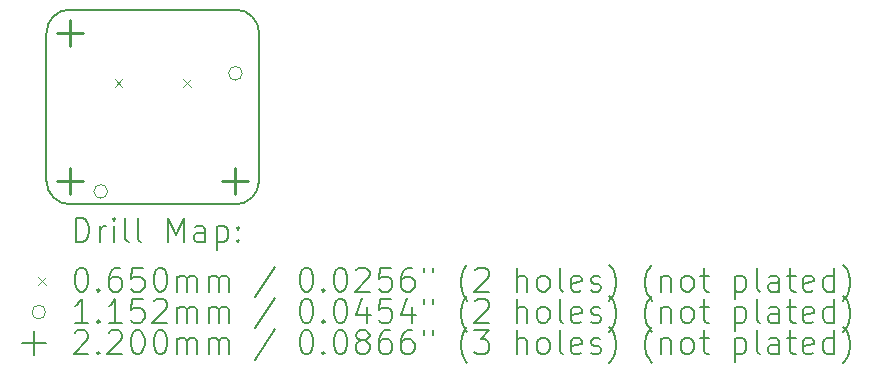
<source format=gbr>
%TF.GenerationSoftware,KiCad,Pcbnew,(6.0.8)*%
%TF.CreationDate,2022-10-31T11:18:18-04:00*%
%TF.ProjectId,Unified-Daughterboard,556e6966-6965-4642-9d44-617567687465,C3*%
%TF.SameCoordinates,Original*%
%TF.FileFunction,Drillmap*%
%TF.FilePolarity,Positive*%
%FSLAX45Y45*%
G04 Gerber Fmt 4.5, Leading zero omitted, Abs format (unit mm)*
G04 Created by KiCad (PCBNEW (6.0.8)) date 2022-10-31 11:18:18*
%MOMM*%
%LPD*%
G01*
G04 APERTURE LIST*
%ADD10C,0.150000*%
%ADD11C,0.200000*%
%ADD12C,0.065000*%
%ADD13C,0.115200*%
%ADD14C,0.220000*%
G04 APERTURE END LIST*
D10*
X8200450Y-7304300D02*
G75*
G03*
X8400450Y-7104300I0J200000D01*
G01*
X6600450Y-7104300D02*
G75*
G03*
X6800450Y-7304300I200000J0D01*
G01*
X6600450Y-7104300D02*
X6600450Y-5854300D01*
X8200450Y-7304300D02*
X6800450Y-7304300D01*
X8400450Y-5854300D02*
X8400450Y-7104300D01*
X6800450Y-5654300D02*
X8200450Y-5654300D01*
X6800450Y-5654300D02*
G75*
G03*
X6600450Y-5854300I0J-200000D01*
G01*
X8400450Y-5854300D02*
G75*
G03*
X8200450Y-5654300I-200000J0D01*
G01*
D11*
D12*
X7178750Y-6246700D02*
X7243750Y-6311700D01*
X7243750Y-6246700D02*
X7178750Y-6311700D01*
X7756750Y-6246700D02*
X7821750Y-6311700D01*
X7821750Y-6246700D02*
X7756750Y-6311700D01*
D13*
X7117850Y-7194300D02*
G75*
G03*
X7117850Y-7194300I-57600J0D01*
G01*
X8257850Y-6194300D02*
G75*
G03*
X8257850Y-6194300I-57600J0D01*
G01*
D14*
X6800450Y-5744300D02*
X6800450Y-5964300D01*
X6690450Y-5854300D02*
X6910450Y-5854300D01*
X6800450Y-6994300D02*
X6800450Y-7214300D01*
X6690450Y-7104300D02*
X6910450Y-7104300D01*
X8200450Y-6994300D02*
X8200450Y-7214300D01*
X8090450Y-7104300D02*
X8310450Y-7104300D01*
D11*
X6850569Y-7622276D02*
X6850569Y-7422276D01*
X6898188Y-7422276D01*
X6926759Y-7431800D01*
X6945807Y-7450848D01*
X6955331Y-7469895D01*
X6964855Y-7507990D01*
X6964855Y-7536562D01*
X6955331Y-7574657D01*
X6945807Y-7593705D01*
X6926759Y-7612752D01*
X6898188Y-7622276D01*
X6850569Y-7622276D01*
X7050569Y-7622276D02*
X7050569Y-7488943D01*
X7050569Y-7527038D02*
X7060093Y-7507990D01*
X7069617Y-7498467D01*
X7088664Y-7488943D01*
X7107712Y-7488943D01*
X7174378Y-7622276D02*
X7174378Y-7488943D01*
X7174378Y-7422276D02*
X7164855Y-7431800D01*
X7174378Y-7441324D01*
X7183902Y-7431800D01*
X7174378Y-7422276D01*
X7174378Y-7441324D01*
X7298188Y-7622276D02*
X7279140Y-7612752D01*
X7269617Y-7593705D01*
X7269617Y-7422276D01*
X7402950Y-7622276D02*
X7383902Y-7612752D01*
X7374378Y-7593705D01*
X7374378Y-7422276D01*
X7631521Y-7622276D02*
X7631521Y-7422276D01*
X7698188Y-7565133D01*
X7764855Y-7422276D01*
X7764855Y-7622276D01*
X7945807Y-7622276D02*
X7945807Y-7517514D01*
X7936283Y-7498467D01*
X7917236Y-7488943D01*
X7879140Y-7488943D01*
X7860093Y-7498467D01*
X7945807Y-7612752D02*
X7926759Y-7622276D01*
X7879140Y-7622276D01*
X7860093Y-7612752D01*
X7850569Y-7593705D01*
X7850569Y-7574657D01*
X7860093Y-7555609D01*
X7879140Y-7546086D01*
X7926759Y-7546086D01*
X7945807Y-7536562D01*
X8041045Y-7488943D02*
X8041045Y-7688943D01*
X8041045Y-7498467D02*
X8060093Y-7488943D01*
X8098188Y-7488943D01*
X8117236Y-7498467D01*
X8126759Y-7507990D01*
X8136283Y-7527038D01*
X8136283Y-7584181D01*
X8126759Y-7603228D01*
X8117236Y-7612752D01*
X8098188Y-7622276D01*
X8060093Y-7622276D01*
X8041045Y-7612752D01*
X8221998Y-7603228D02*
X8231521Y-7612752D01*
X8221998Y-7622276D01*
X8212474Y-7612752D01*
X8221998Y-7603228D01*
X8221998Y-7622276D01*
X8221998Y-7498467D02*
X8231521Y-7507990D01*
X8221998Y-7517514D01*
X8212474Y-7507990D01*
X8221998Y-7498467D01*
X8221998Y-7517514D01*
D12*
X6527950Y-7919300D02*
X6592950Y-7984300D01*
X6592950Y-7919300D02*
X6527950Y-7984300D01*
D11*
X6888664Y-7842276D02*
X6907712Y-7842276D01*
X6926759Y-7851800D01*
X6936283Y-7861324D01*
X6945807Y-7880371D01*
X6955331Y-7918467D01*
X6955331Y-7966086D01*
X6945807Y-8004181D01*
X6936283Y-8023228D01*
X6926759Y-8032752D01*
X6907712Y-8042276D01*
X6888664Y-8042276D01*
X6869617Y-8032752D01*
X6860093Y-8023228D01*
X6850569Y-8004181D01*
X6841045Y-7966086D01*
X6841045Y-7918467D01*
X6850569Y-7880371D01*
X6860093Y-7861324D01*
X6869617Y-7851800D01*
X6888664Y-7842276D01*
X7041045Y-8023228D02*
X7050569Y-8032752D01*
X7041045Y-8042276D01*
X7031521Y-8032752D01*
X7041045Y-8023228D01*
X7041045Y-8042276D01*
X7221998Y-7842276D02*
X7183902Y-7842276D01*
X7164855Y-7851800D01*
X7155331Y-7861324D01*
X7136283Y-7889895D01*
X7126759Y-7927990D01*
X7126759Y-8004181D01*
X7136283Y-8023228D01*
X7145807Y-8032752D01*
X7164855Y-8042276D01*
X7202950Y-8042276D01*
X7221998Y-8032752D01*
X7231521Y-8023228D01*
X7241045Y-8004181D01*
X7241045Y-7956562D01*
X7231521Y-7937514D01*
X7221998Y-7927990D01*
X7202950Y-7918467D01*
X7164855Y-7918467D01*
X7145807Y-7927990D01*
X7136283Y-7937514D01*
X7126759Y-7956562D01*
X7421998Y-7842276D02*
X7326759Y-7842276D01*
X7317236Y-7937514D01*
X7326759Y-7927990D01*
X7345807Y-7918467D01*
X7393426Y-7918467D01*
X7412474Y-7927990D01*
X7421998Y-7937514D01*
X7431521Y-7956562D01*
X7431521Y-8004181D01*
X7421998Y-8023228D01*
X7412474Y-8032752D01*
X7393426Y-8042276D01*
X7345807Y-8042276D01*
X7326759Y-8032752D01*
X7317236Y-8023228D01*
X7555331Y-7842276D02*
X7574378Y-7842276D01*
X7593426Y-7851800D01*
X7602950Y-7861324D01*
X7612474Y-7880371D01*
X7621998Y-7918467D01*
X7621998Y-7966086D01*
X7612474Y-8004181D01*
X7602950Y-8023228D01*
X7593426Y-8032752D01*
X7574378Y-8042276D01*
X7555331Y-8042276D01*
X7536283Y-8032752D01*
X7526759Y-8023228D01*
X7517236Y-8004181D01*
X7507712Y-7966086D01*
X7507712Y-7918467D01*
X7517236Y-7880371D01*
X7526759Y-7861324D01*
X7536283Y-7851800D01*
X7555331Y-7842276D01*
X7707712Y-8042276D02*
X7707712Y-7908943D01*
X7707712Y-7927990D02*
X7717236Y-7918467D01*
X7736283Y-7908943D01*
X7764855Y-7908943D01*
X7783902Y-7918467D01*
X7793426Y-7937514D01*
X7793426Y-8042276D01*
X7793426Y-7937514D02*
X7802950Y-7918467D01*
X7821998Y-7908943D01*
X7850569Y-7908943D01*
X7869617Y-7918467D01*
X7879140Y-7937514D01*
X7879140Y-8042276D01*
X7974378Y-8042276D02*
X7974378Y-7908943D01*
X7974378Y-7927990D02*
X7983902Y-7918467D01*
X8002950Y-7908943D01*
X8031521Y-7908943D01*
X8050569Y-7918467D01*
X8060093Y-7937514D01*
X8060093Y-8042276D01*
X8060093Y-7937514D02*
X8069617Y-7918467D01*
X8088664Y-7908943D01*
X8117236Y-7908943D01*
X8136283Y-7918467D01*
X8145807Y-7937514D01*
X8145807Y-8042276D01*
X8536283Y-7832752D02*
X8364855Y-8089895D01*
X8793426Y-7842276D02*
X8812474Y-7842276D01*
X8831521Y-7851800D01*
X8841045Y-7861324D01*
X8850569Y-7880371D01*
X8860093Y-7918467D01*
X8860093Y-7966086D01*
X8850569Y-8004181D01*
X8841045Y-8023228D01*
X8831521Y-8032752D01*
X8812474Y-8042276D01*
X8793426Y-8042276D01*
X8774379Y-8032752D01*
X8764855Y-8023228D01*
X8755331Y-8004181D01*
X8745807Y-7966086D01*
X8745807Y-7918467D01*
X8755331Y-7880371D01*
X8764855Y-7861324D01*
X8774379Y-7851800D01*
X8793426Y-7842276D01*
X8945807Y-8023228D02*
X8955331Y-8032752D01*
X8945807Y-8042276D01*
X8936283Y-8032752D01*
X8945807Y-8023228D01*
X8945807Y-8042276D01*
X9079140Y-7842276D02*
X9098188Y-7842276D01*
X9117236Y-7851800D01*
X9126760Y-7861324D01*
X9136283Y-7880371D01*
X9145807Y-7918467D01*
X9145807Y-7966086D01*
X9136283Y-8004181D01*
X9126760Y-8023228D01*
X9117236Y-8032752D01*
X9098188Y-8042276D01*
X9079140Y-8042276D01*
X9060093Y-8032752D01*
X9050569Y-8023228D01*
X9041045Y-8004181D01*
X9031521Y-7966086D01*
X9031521Y-7918467D01*
X9041045Y-7880371D01*
X9050569Y-7861324D01*
X9060093Y-7851800D01*
X9079140Y-7842276D01*
X9221998Y-7861324D02*
X9231521Y-7851800D01*
X9250569Y-7842276D01*
X9298188Y-7842276D01*
X9317236Y-7851800D01*
X9326760Y-7861324D01*
X9336283Y-7880371D01*
X9336283Y-7899419D01*
X9326760Y-7927990D01*
X9212474Y-8042276D01*
X9336283Y-8042276D01*
X9517236Y-7842276D02*
X9421998Y-7842276D01*
X9412474Y-7937514D01*
X9421998Y-7927990D01*
X9441045Y-7918467D01*
X9488664Y-7918467D01*
X9507712Y-7927990D01*
X9517236Y-7937514D01*
X9526760Y-7956562D01*
X9526760Y-8004181D01*
X9517236Y-8023228D01*
X9507712Y-8032752D01*
X9488664Y-8042276D01*
X9441045Y-8042276D01*
X9421998Y-8032752D01*
X9412474Y-8023228D01*
X9698188Y-7842276D02*
X9660093Y-7842276D01*
X9641045Y-7851800D01*
X9631521Y-7861324D01*
X9612474Y-7889895D01*
X9602950Y-7927990D01*
X9602950Y-8004181D01*
X9612474Y-8023228D01*
X9621998Y-8032752D01*
X9641045Y-8042276D01*
X9679140Y-8042276D01*
X9698188Y-8032752D01*
X9707712Y-8023228D01*
X9717236Y-8004181D01*
X9717236Y-7956562D01*
X9707712Y-7937514D01*
X9698188Y-7927990D01*
X9679140Y-7918467D01*
X9641045Y-7918467D01*
X9621998Y-7927990D01*
X9612474Y-7937514D01*
X9602950Y-7956562D01*
X9793426Y-7842276D02*
X9793426Y-7880371D01*
X9869617Y-7842276D02*
X9869617Y-7880371D01*
X10164855Y-8118467D02*
X10155331Y-8108943D01*
X10136283Y-8080371D01*
X10126760Y-8061324D01*
X10117236Y-8032752D01*
X10107712Y-7985133D01*
X10107712Y-7947038D01*
X10117236Y-7899419D01*
X10126760Y-7870848D01*
X10136283Y-7851800D01*
X10155331Y-7823228D01*
X10164855Y-7813705D01*
X10231521Y-7861324D02*
X10241045Y-7851800D01*
X10260093Y-7842276D01*
X10307712Y-7842276D01*
X10326760Y-7851800D01*
X10336283Y-7861324D01*
X10345807Y-7880371D01*
X10345807Y-7899419D01*
X10336283Y-7927990D01*
X10221998Y-8042276D01*
X10345807Y-8042276D01*
X10583902Y-8042276D02*
X10583902Y-7842276D01*
X10669617Y-8042276D02*
X10669617Y-7937514D01*
X10660093Y-7918467D01*
X10641045Y-7908943D01*
X10612474Y-7908943D01*
X10593426Y-7918467D01*
X10583902Y-7927990D01*
X10793426Y-8042276D02*
X10774379Y-8032752D01*
X10764855Y-8023228D01*
X10755331Y-8004181D01*
X10755331Y-7947038D01*
X10764855Y-7927990D01*
X10774379Y-7918467D01*
X10793426Y-7908943D01*
X10821998Y-7908943D01*
X10841045Y-7918467D01*
X10850569Y-7927990D01*
X10860093Y-7947038D01*
X10860093Y-8004181D01*
X10850569Y-8023228D01*
X10841045Y-8032752D01*
X10821998Y-8042276D01*
X10793426Y-8042276D01*
X10974379Y-8042276D02*
X10955331Y-8032752D01*
X10945807Y-8013705D01*
X10945807Y-7842276D01*
X11126760Y-8032752D02*
X11107712Y-8042276D01*
X11069617Y-8042276D01*
X11050569Y-8032752D01*
X11041045Y-8013705D01*
X11041045Y-7937514D01*
X11050569Y-7918467D01*
X11069617Y-7908943D01*
X11107712Y-7908943D01*
X11126760Y-7918467D01*
X11136283Y-7937514D01*
X11136283Y-7956562D01*
X11041045Y-7975609D01*
X11212474Y-8032752D02*
X11231521Y-8042276D01*
X11269617Y-8042276D01*
X11288664Y-8032752D01*
X11298188Y-8013705D01*
X11298188Y-8004181D01*
X11288664Y-7985133D01*
X11269617Y-7975609D01*
X11241045Y-7975609D01*
X11221998Y-7966086D01*
X11212474Y-7947038D01*
X11212474Y-7937514D01*
X11221998Y-7918467D01*
X11241045Y-7908943D01*
X11269617Y-7908943D01*
X11288664Y-7918467D01*
X11364855Y-8118467D02*
X11374378Y-8108943D01*
X11393426Y-8080371D01*
X11402950Y-8061324D01*
X11412474Y-8032752D01*
X11421998Y-7985133D01*
X11421998Y-7947038D01*
X11412474Y-7899419D01*
X11402950Y-7870848D01*
X11393426Y-7851800D01*
X11374378Y-7823228D01*
X11364855Y-7813705D01*
X11726759Y-8118467D02*
X11717236Y-8108943D01*
X11698188Y-8080371D01*
X11688664Y-8061324D01*
X11679140Y-8032752D01*
X11669617Y-7985133D01*
X11669617Y-7947038D01*
X11679140Y-7899419D01*
X11688664Y-7870848D01*
X11698188Y-7851800D01*
X11717236Y-7823228D01*
X11726759Y-7813705D01*
X11802950Y-7908943D02*
X11802950Y-8042276D01*
X11802950Y-7927990D02*
X11812474Y-7918467D01*
X11831521Y-7908943D01*
X11860093Y-7908943D01*
X11879140Y-7918467D01*
X11888664Y-7937514D01*
X11888664Y-8042276D01*
X12012474Y-8042276D02*
X11993426Y-8032752D01*
X11983902Y-8023228D01*
X11974378Y-8004181D01*
X11974378Y-7947038D01*
X11983902Y-7927990D01*
X11993426Y-7918467D01*
X12012474Y-7908943D01*
X12041045Y-7908943D01*
X12060093Y-7918467D01*
X12069617Y-7927990D01*
X12079140Y-7947038D01*
X12079140Y-8004181D01*
X12069617Y-8023228D01*
X12060093Y-8032752D01*
X12041045Y-8042276D01*
X12012474Y-8042276D01*
X12136283Y-7908943D02*
X12212474Y-7908943D01*
X12164855Y-7842276D02*
X12164855Y-8013705D01*
X12174378Y-8032752D01*
X12193426Y-8042276D01*
X12212474Y-8042276D01*
X12431521Y-7908943D02*
X12431521Y-8108943D01*
X12431521Y-7918467D02*
X12450569Y-7908943D01*
X12488664Y-7908943D01*
X12507712Y-7918467D01*
X12517236Y-7927990D01*
X12526759Y-7947038D01*
X12526759Y-8004181D01*
X12517236Y-8023228D01*
X12507712Y-8032752D01*
X12488664Y-8042276D01*
X12450569Y-8042276D01*
X12431521Y-8032752D01*
X12641045Y-8042276D02*
X12621998Y-8032752D01*
X12612474Y-8013705D01*
X12612474Y-7842276D01*
X12802950Y-8042276D02*
X12802950Y-7937514D01*
X12793426Y-7918467D01*
X12774378Y-7908943D01*
X12736283Y-7908943D01*
X12717236Y-7918467D01*
X12802950Y-8032752D02*
X12783902Y-8042276D01*
X12736283Y-8042276D01*
X12717236Y-8032752D01*
X12707712Y-8013705D01*
X12707712Y-7994657D01*
X12717236Y-7975609D01*
X12736283Y-7966086D01*
X12783902Y-7966086D01*
X12802950Y-7956562D01*
X12869617Y-7908943D02*
X12945807Y-7908943D01*
X12898188Y-7842276D02*
X12898188Y-8013705D01*
X12907712Y-8032752D01*
X12926759Y-8042276D01*
X12945807Y-8042276D01*
X13088664Y-8032752D02*
X13069617Y-8042276D01*
X13031521Y-8042276D01*
X13012474Y-8032752D01*
X13002950Y-8013705D01*
X13002950Y-7937514D01*
X13012474Y-7918467D01*
X13031521Y-7908943D01*
X13069617Y-7908943D01*
X13088664Y-7918467D01*
X13098188Y-7937514D01*
X13098188Y-7956562D01*
X13002950Y-7975609D01*
X13269617Y-8042276D02*
X13269617Y-7842276D01*
X13269617Y-8032752D02*
X13250569Y-8042276D01*
X13212474Y-8042276D01*
X13193426Y-8032752D01*
X13183902Y-8023228D01*
X13174378Y-8004181D01*
X13174378Y-7947038D01*
X13183902Y-7927990D01*
X13193426Y-7918467D01*
X13212474Y-7908943D01*
X13250569Y-7908943D01*
X13269617Y-7918467D01*
X13345807Y-8118467D02*
X13355331Y-8108943D01*
X13374378Y-8080371D01*
X13383902Y-8061324D01*
X13393426Y-8032752D01*
X13402950Y-7985133D01*
X13402950Y-7947038D01*
X13393426Y-7899419D01*
X13383902Y-7870848D01*
X13374378Y-7851800D01*
X13355331Y-7823228D01*
X13345807Y-7813705D01*
D13*
X6592950Y-8215800D02*
G75*
G03*
X6592950Y-8215800I-57600J0D01*
G01*
D11*
X6955331Y-8306276D02*
X6841045Y-8306276D01*
X6898188Y-8306276D02*
X6898188Y-8106276D01*
X6879140Y-8134848D01*
X6860093Y-8153895D01*
X6841045Y-8163419D01*
X7041045Y-8287228D02*
X7050569Y-8296752D01*
X7041045Y-8306276D01*
X7031521Y-8296752D01*
X7041045Y-8287228D01*
X7041045Y-8306276D01*
X7241045Y-8306276D02*
X7126759Y-8306276D01*
X7183902Y-8306276D02*
X7183902Y-8106276D01*
X7164855Y-8134848D01*
X7145807Y-8153895D01*
X7126759Y-8163419D01*
X7421998Y-8106276D02*
X7326759Y-8106276D01*
X7317236Y-8201514D01*
X7326759Y-8191990D01*
X7345807Y-8182467D01*
X7393426Y-8182467D01*
X7412474Y-8191990D01*
X7421998Y-8201514D01*
X7431521Y-8220562D01*
X7431521Y-8268181D01*
X7421998Y-8287228D01*
X7412474Y-8296752D01*
X7393426Y-8306276D01*
X7345807Y-8306276D01*
X7326759Y-8296752D01*
X7317236Y-8287228D01*
X7507712Y-8125324D02*
X7517236Y-8115800D01*
X7536283Y-8106276D01*
X7583902Y-8106276D01*
X7602950Y-8115800D01*
X7612474Y-8125324D01*
X7621998Y-8144371D01*
X7621998Y-8163419D01*
X7612474Y-8191990D01*
X7498188Y-8306276D01*
X7621998Y-8306276D01*
X7707712Y-8306276D02*
X7707712Y-8172943D01*
X7707712Y-8191990D02*
X7717236Y-8182467D01*
X7736283Y-8172943D01*
X7764855Y-8172943D01*
X7783902Y-8182467D01*
X7793426Y-8201514D01*
X7793426Y-8306276D01*
X7793426Y-8201514D02*
X7802950Y-8182467D01*
X7821998Y-8172943D01*
X7850569Y-8172943D01*
X7869617Y-8182467D01*
X7879140Y-8201514D01*
X7879140Y-8306276D01*
X7974378Y-8306276D02*
X7974378Y-8172943D01*
X7974378Y-8191990D02*
X7983902Y-8182467D01*
X8002950Y-8172943D01*
X8031521Y-8172943D01*
X8050569Y-8182467D01*
X8060093Y-8201514D01*
X8060093Y-8306276D01*
X8060093Y-8201514D02*
X8069617Y-8182467D01*
X8088664Y-8172943D01*
X8117236Y-8172943D01*
X8136283Y-8182467D01*
X8145807Y-8201514D01*
X8145807Y-8306276D01*
X8536283Y-8096752D02*
X8364855Y-8353895D01*
X8793426Y-8106276D02*
X8812474Y-8106276D01*
X8831521Y-8115800D01*
X8841045Y-8125324D01*
X8850569Y-8144371D01*
X8860093Y-8182467D01*
X8860093Y-8230086D01*
X8850569Y-8268181D01*
X8841045Y-8287228D01*
X8831521Y-8296752D01*
X8812474Y-8306276D01*
X8793426Y-8306276D01*
X8774379Y-8296752D01*
X8764855Y-8287228D01*
X8755331Y-8268181D01*
X8745807Y-8230086D01*
X8745807Y-8182467D01*
X8755331Y-8144371D01*
X8764855Y-8125324D01*
X8774379Y-8115800D01*
X8793426Y-8106276D01*
X8945807Y-8287228D02*
X8955331Y-8296752D01*
X8945807Y-8306276D01*
X8936283Y-8296752D01*
X8945807Y-8287228D01*
X8945807Y-8306276D01*
X9079140Y-8106276D02*
X9098188Y-8106276D01*
X9117236Y-8115800D01*
X9126760Y-8125324D01*
X9136283Y-8144371D01*
X9145807Y-8182467D01*
X9145807Y-8230086D01*
X9136283Y-8268181D01*
X9126760Y-8287228D01*
X9117236Y-8296752D01*
X9098188Y-8306276D01*
X9079140Y-8306276D01*
X9060093Y-8296752D01*
X9050569Y-8287228D01*
X9041045Y-8268181D01*
X9031521Y-8230086D01*
X9031521Y-8182467D01*
X9041045Y-8144371D01*
X9050569Y-8125324D01*
X9060093Y-8115800D01*
X9079140Y-8106276D01*
X9317236Y-8172943D02*
X9317236Y-8306276D01*
X9269617Y-8096752D02*
X9221998Y-8239609D01*
X9345807Y-8239609D01*
X9517236Y-8106276D02*
X9421998Y-8106276D01*
X9412474Y-8201514D01*
X9421998Y-8191990D01*
X9441045Y-8182467D01*
X9488664Y-8182467D01*
X9507712Y-8191990D01*
X9517236Y-8201514D01*
X9526760Y-8220562D01*
X9526760Y-8268181D01*
X9517236Y-8287228D01*
X9507712Y-8296752D01*
X9488664Y-8306276D01*
X9441045Y-8306276D01*
X9421998Y-8296752D01*
X9412474Y-8287228D01*
X9698188Y-8172943D02*
X9698188Y-8306276D01*
X9650569Y-8096752D02*
X9602950Y-8239609D01*
X9726760Y-8239609D01*
X9793426Y-8106276D02*
X9793426Y-8144371D01*
X9869617Y-8106276D02*
X9869617Y-8144371D01*
X10164855Y-8382467D02*
X10155331Y-8372943D01*
X10136283Y-8344371D01*
X10126760Y-8325324D01*
X10117236Y-8296752D01*
X10107712Y-8249133D01*
X10107712Y-8211038D01*
X10117236Y-8163419D01*
X10126760Y-8134848D01*
X10136283Y-8115800D01*
X10155331Y-8087228D01*
X10164855Y-8077705D01*
X10231521Y-8125324D02*
X10241045Y-8115800D01*
X10260093Y-8106276D01*
X10307712Y-8106276D01*
X10326760Y-8115800D01*
X10336283Y-8125324D01*
X10345807Y-8144371D01*
X10345807Y-8163419D01*
X10336283Y-8191990D01*
X10221998Y-8306276D01*
X10345807Y-8306276D01*
X10583902Y-8306276D02*
X10583902Y-8106276D01*
X10669617Y-8306276D02*
X10669617Y-8201514D01*
X10660093Y-8182467D01*
X10641045Y-8172943D01*
X10612474Y-8172943D01*
X10593426Y-8182467D01*
X10583902Y-8191990D01*
X10793426Y-8306276D02*
X10774379Y-8296752D01*
X10764855Y-8287228D01*
X10755331Y-8268181D01*
X10755331Y-8211038D01*
X10764855Y-8191990D01*
X10774379Y-8182467D01*
X10793426Y-8172943D01*
X10821998Y-8172943D01*
X10841045Y-8182467D01*
X10850569Y-8191990D01*
X10860093Y-8211038D01*
X10860093Y-8268181D01*
X10850569Y-8287228D01*
X10841045Y-8296752D01*
X10821998Y-8306276D01*
X10793426Y-8306276D01*
X10974379Y-8306276D02*
X10955331Y-8296752D01*
X10945807Y-8277705D01*
X10945807Y-8106276D01*
X11126760Y-8296752D02*
X11107712Y-8306276D01*
X11069617Y-8306276D01*
X11050569Y-8296752D01*
X11041045Y-8277705D01*
X11041045Y-8201514D01*
X11050569Y-8182467D01*
X11069617Y-8172943D01*
X11107712Y-8172943D01*
X11126760Y-8182467D01*
X11136283Y-8201514D01*
X11136283Y-8220562D01*
X11041045Y-8239609D01*
X11212474Y-8296752D02*
X11231521Y-8306276D01*
X11269617Y-8306276D01*
X11288664Y-8296752D01*
X11298188Y-8277705D01*
X11298188Y-8268181D01*
X11288664Y-8249133D01*
X11269617Y-8239609D01*
X11241045Y-8239609D01*
X11221998Y-8230086D01*
X11212474Y-8211038D01*
X11212474Y-8201514D01*
X11221998Y-8182467D01*
X11241045Y-8172943D01*
X11269617Y-8172943D01*
X11288664Y-8182467D01*
X11364855Y-8382467D02*
X11374378Y-8372943D01*
X11393426Y-8344371D01*
X11402950Y-8325324D01*
X11412474Y-8296752D01*
X11421998Y-8249133D01*
X11421998Y-8211038D01*
X11412474Y-8163419D01*
X11402950Y-8134848D01*
X11393426Y-8115800D01*
X11374378Y-8087228D01*
X11364855Y-8077705D01*
X11726759Y-8382467D02*
X11717236Y-8372943D01*
X11698188Y-8344371D01*
X11688664Y-8325324D01*
X11679140Y-8296752D01*
X11669617Y-8249133D01*
X11669617Y-8211038D01*
X11679140Y-8163419D01*
X11688664Y-8134848D01*
X11698188Y-8115800D01*
X11717236Y-8087228D01*
X11726759Y-8077705D01*
X11802950Y-8172943D02*
X11802950Y-8306276D01*
X11802950Y-8191990D02*
X11812474Y-8182467D01*
X11831521Y-8172943D01*
X11860093Y-8172943D01*
X11879140Y-8182467D01*
X11888664Y-8201514D01*
X11888664Y-8306276D01*
X12012474Y-8306276D02*
X11993426Y-8296752D01*
X11983902Y-8287228D01*
X11974378Y-8268181D01*
X11974378Y-8211038D01*
X11983902Y-8191990D01*
X11993426Y-8182467D01*
X12012474Y-8172943D01*
X12041045Y-8172943D01*
X12060093Y-8182467D01*
X12069617Y-8191990D01*
X12079140Y-8211038D01*
X12079140Y-8268181D01*
X12069617Y-8287228D01*
X12060093Y-8296752D01*
X12041045Y-8306276D01*
X12012474Y-8306276D01*
X12136283Y-8172943D02*
X12212474Y-8172943D01*
X12164855Y-8106276D02*
X12164855Y-8277705D01*
X12174378Y-8296752D01*
X12193426Y-8306276D01*
X12212474Y-8306276D01*
X12431521Y-8172943D02*
X12431521Y-8372943D01*
X12431521Y-8182467D02*
X12450569Y-8172943D01*
X12488664Y-8172943D01*
X12507712Y-8182467D01*
X12517236Y-8191990D01*
X12526759Y-8211038D01*
X12526759Y-8268181D01*
X12517236Y-8287228D01*
X12507712Y-8296752D01*
X12488664Y-8306276D01*
X12450569Y-8306276D01*
X12431521Y-8296752D01*
X12641045Y-8306276D02*
X12621998Y-8296752D01*
X12612474Y-8277705D01*
X12612474Y-8106276D01*
X12802950Y-8306276D02*
X12802950Y-8201514D01*
X12793426Y-8182467D01*
X12774378Y-8172943D01*
X12736283Y-8172943D01*
X12717236Y-8182467D01*
X12802950Y-8296752D02*
X12783902Y-8306276D01*
X12736283Y-8306276D01*
X12717236Y-8296752D01*
X12707712Y-8277705D01*
X12707712Y-8258657D01*
X12717236Y-8239609D01*
X12736283Y-8230086D01*
X12783902Y-8230086D01*
X12802950Y-8220562D01*
X12869617Y-8172943D02*
X12945807Y-8172943D01*
X12898188Y-8106276D02*
X12898188Y-8277705D01*
X12907712Y-8296752D01*
X12926759Y-8306276D01*
X12945807Y-8306276D01*
X13088664Y-8296752D02*
X13069617Y-8306276D01*
X13031521Y-8306276D01*
X13012474Y-8296752D01*
X13002950Y-8277705D01*
X13002950Y-8201514D01*
X13012474Y-8182467D01*
X13031521Y-8172943D01*
X13069617Y-8172943D01*
X13088664Y-8182467D01*
X13098188Y-8201514D01*
X13098188Y-8220562D01*
X13002950Y-8239609D01*
X13269617Y-8306276D02*
X13269617Y-8106276D01*
X13269617Y-8296752D02*
X13250569Y-8306276D01*
X13212474Y-8306276D01*
X13193426Y-8296752D01*
X13183902Y-8287228D01*
X13174378Y-8268181D01*
X13174378Y-8211038D01*
X13183902Y-8191990D01*
X13193426Y-8182467D01*
X13212474Y-8172943D01*
X13250569Y-8172943D01*
X13269617Y-8182467D01*
X13345807Y-8382467D02*
X13355331Y-8372943D01*
X13374378Y-8344371D01*
X13383902Y-8325324D01*
X13393426Y-8296752D01*
X13402950Y-8249133D01*
X13402950Y-8211038D01*
X13393426Y-8163419D01*
X13383902Y-8134848D01*
X13374378Y-8115800D01*
X13355331Y-8087228D01*
X13345807Y-8077705D01*
X6492950Y-8379800D02*
X6492950Y-8579800D01*
X6392950Y-8479800D02*
X6592950Y-8479800D01*
X6841045Y-8389324D02*
X6850569Y-8379800D01*
X6869617Y-8370276D01*
X6917236Y-8370276D01*
X6936283Y-8379800D01*
X6945807Y-8389324D01*
X6955331Y-8408371D01*
X6955331Y-8427419D01*
X6945807Y-8455990D01*
X6831521Y-8570276D01*
X6955331Y-8570276D01*
X7041045Y-8551229D02*
X7050569Y-8560752D01*
X7041045Y-8570276D01*
X7031521Y-8560752D01*
X7041045Y-8551229D01*
X7041045Y-8570276D01*
X7126759Y-8389324D02*
X7136283Y-8379800D01*
X7155331Y-8370276D01*
X7202950Y-8370276D01*
X7221998Y-8379800D01*
X7231521Y-8389324D01*
X7241045Y-8408371D01*
X7241045Y-8427419D01*
X7231521Y-8455990D01*
X7117236Y-8570276D01*
X7241045Y-8570276D01*
X7364855Y-8370276D02*
X7383902Y-8370276D01*
X7402950Y-8379800D01*
X7412474Y-8389324D01*
X7421998Y-8408371D01*
X7431521Y-8446467D01*
X7431521Y-8494086D01*
X7421998Y-8532181D01*
X7412474Y-8551229D01*
X7402950Y-8560752D01*
X7383902Y-8570276D01*
X7364855Y-8570276D01*
X7345807Y-8560752D01*
X7336283Y-8551229D01*
X7326759Y-8532181D01*
X7317236Y-8494086D01*
X7317236Y-8446467D01*
X7326759Y-8408371D01*
X7336283Y-8389324D01*
X7345807Y-8379800D01*
X7364855Y-8370276D01*
X7555331Y-8370276D02*
X7574378Y-8370276D01*
X7593426Y-8379800D01*
X7602950Y-8389324D01*
X7612474Y-8408371D01*
X7621998Y-8446467D01*
X7621998Y-8494086D01*
X7612474Y-8532181D01*
X7602950Y-8551229D01*
X7593426Y-8560752D01*
X7574378Y-8570276D01*
X7555331Y-8570276D01*
X7536283Y-8560752D01*
X7526759Y-8551229D01*
X7517236Y-8532181D01*
X7507712Y-8494086D01*
X7507712Y-8446467D01*
X7517236Y-8408371D01*
X7526759Y-8389324D01*
X7536283Y-8379800D01*
X7555331Y-8370276D01*
X7707712Y-8570276D02*
X7707712Y-8436943D01*
X7707712Y-8455990D02*
X7717236Y-8446467D01*
X7736283Y-8436943D01*
X7764855Y-8436943D01*
X7783902Y-8446467D01*
X7793426Y-8465514D01*
X7793426Y-8570276D01*
X7793426Y-8465514D02*
X7802950Y-8446467D01*
X7821998Y-8436943D01*
X7850569Y-8436943D01*
X7869617Y-8446467D01*
X7879140Y-8465514D01*
X7879140Y-8570276D01*
X7974378Y-8570276D02*
X7974378Y-8436943D01*
X7974378Y-8455990D02*
X7983902Y-8446467D01*
X8002950Y-8436943D01*
X8031521Y-8436943D01*
X8050569Y-8446467D01*
X8060093Y-8465514D01*
X8060093Y-8570276D01*
X8060093Y-8465514D02*
X8069617Y-8446467D01*
X8088664Y-8436943D01*
X8117236Y-8436943D01*
X8136283Y-8446467D01*
X8145807Y-8465514D01*
X8145807Y-8570276D01*
X8536283Y-8360752D02*
X8364855Y-8617895D01*
X8793426Y-8370276D02*
X8812474Y-8370276D01*
X8831521Y-8379800D01*
X8841045Y-8389324D01*
X8850569Y-8408371D01*
X8860093Y-8446467D01*
X8860093Y-8494086D01*
X8850569Y-8532181D01*
X8841045Y-8551229D01*
X8831521Y-8560752D01*
X8812474Y-8570276D01*
X8793426Y-8570276D01*
X8774379Y-8560752D01*
X8764855Y-8551229D01*
X8755331Y-8532181D01*
X8745807Y-8494086D01*
X8745807Y-8446467D01*
X8755331Y-8408371D01*
X8764855Y-8389324D01*
X8774379Y-8379800D01*
X8793426Y-8370276D01*
X8945807Y-8551229D02*
X8955331Y-8560752D01*
X8945807Y-8570276D01*
X8936283Y-8560752D01*
X8945807Y-8551229D01*
X8945807Y-8570276D01*
X9079140Y-8370276D02*
X9098188Y-8370276D01*
X9117236Y-8379800D01*
X9126760Y-8389324D01*
X9136283Y-8408371D01*
X9145807Y-8446467D01*
X9145807Y-8494086D01*
X9136283Y-8532181D01*
X9126760Y-8551229D01*
X9117236Y-8560752D01*
X9098188Y-8570276D01*
X9079140Y-8570276D01*
X9060093Y-8560752D01*
X9050569Y-8551229D01*
X9041045Y-8532181D01*
X9031521Y-8494086D01*
X9031521Y-8446467D01*
X9041045Y-8408371D01*
X9050569Y-8389324D01*
X9060093Y-8379800D01*
X9079140Y-8370276D01*
X9260093Y-8455990D02*
X9241045Y-8446467D01*
X9231521Y-8436943D01*
X9221998Y-8417895D01*
X9221998Y-8408371D01*
X9231521Y-8389324D01*
X9241045Y-8379800D01*
X9260093Y-8370276D01*
X9298188Y-8370276D01*
X9317236Y-8379800D01*
X9326760Y-8389324D01*
X9336283Y-8408371D01*
X9336283Y-8417895D01*
X9326760Y-8436943D01*
X9317236Y-8446467D01*
X9298188Y-8455990D01*
X9260093Y-8455990D01*
X9241045Y-8465514D01*
X9231521Y-8475038D01*
X9221998Y-8494086D01*
X9221998Y-8532181D01*
X9231521Y-8551229D01*
X9241045Y-8560752D01*
X9260093Y-8570276D01*
X9298188Y-8570276D01*
X9317236Y-8560752D01*
X9326760Y-8551229D01*
X9336283Y-8532181D01*
X9336283Y-8494086D01*
X9326760Y-8475038D01*
X9317236Y-8465514D01*
X9298188Y-8455990D01*
X9507712Y-8370276D02*
X9469617Y-8370276D01*
X9450569Y-8379800D01*
X9441045Y-8389324D01*
X9421998Y-8417895D01*
X9412474Y-8455990D01*
X9412474Y-8532181D01*
X9421998Y-8551229D01*
X9431521Y-8560752D01*
X9450569Y-8570276D01*
X9488664Y-8570276D01*
X9507712Y-8560752D01*
X9517236Y-8551229D01*
X9526760Y-8532181D01*
X9526760Y-8484562D01*
X9517236Y-8465514D01*
X9507712Y-8455990D01*
X9488664Y-8446467D01*
X9450569Y-8446467D01*
X9431521Y-8455990D01*
X9421998Y-8465514D01*
X9412474Y-8484562D01*
X9698188Y-8370276D02*
X9660093Y-8370276D01*
X9641045Y-8379800D01*
X9631521Y-8389324D01*
X9612474Y-8417895D01*
X9602950Y-8455990D01*
X9602950Y-8532181D01*
X9612474Y-8551229D01*
X9621998Y-8560752D01*
X9641045Y-8570276D01*
X9679140Y-8570276D01*
X9698188Y-8560752D01*
X9707712Y-8551229D01*
X9717236Y-8532181D01*
X9717236Y-8484562D01*
X9707712Y-8465514D01*
X9698188Y-8455990D01*
X9679140Y-8446467D01*
X9641045Y-8446467D01*
X9621998Y-8455990D01*
X9612474Y-8465514D01*
X9602950Y-8484562D01*
X9793426Y-8370276D02*
X9793426Y-8408371D01*
X9869617Y-8370276D02*
X9869617Y-8408371D01*
X10164855Y-8646467D02*
X10155331Y-8636943D01*
X10136283Y-8608371D01*
X10126760Y-8589324D01*
X10117236Y-8560752D01*
X10107712Y-8513133D01*
X10107712Y-8475038D01*
X10117236Y-8427419D01*
X10126760Y-8398848D01*
X10136283Y-8379800D01*
X10155331Y-8351228D01*
X10164855Y-8341705D01*
X10221998Y-8370276D02*
X10345807Y-8370276D01*
X10279140Y-8446467D01*
X10307712Y-8446467D01*
X10326760Y-8455990D01*
X10336283Y-8465514D01*
X10345807Y-8484562D01*
X10345807Y-8532181D01*
X10336283Y-8551229D01*
X10326760Y-8560752D01*
X10307712Y-8570276D01*
X10250569Y-8570276D01*
X10231521Y-8560752D01*
X10221998Y-8551229D01*
X10583902Y-8570276D02*
X10583902Y-8370276D01*
X10669617Y-8570276D02*
X10669617Y-8465514D01*
X10660093Y-8446467D01*
X10641045Y-8436943D01*
X10612474Y-8436943D01*
X10593426Y-8446467D01*
X10583902Y-8455990D01*
X10793426Y-8570276D02*
X10774379Y-8560752D01*
X10764855Y-8551229D01*
X10755331Y-8532181D01*
X10755331Y-8475038D01*
X10764855Y-8455990D01*
X10774379Y-8446467D01*
X10793426Y-8436943D01*
X10821998Y-8436943D01*
X10841045Y-8446467D01*
X10850569Y-8455990D01*
X10860093Y-8475038D01*
X10860093Y-8532181D01*
X10850569Y-8551229D01*
X10841045Y-8560752D01*
X10821998Y-8570276D01*
X10793426Y-8570276D01*
X10974379Y-8570276D02*
X10955331Y-8560752D01*
X10945807Y-8541705D01*
X10945807Y-8370276D01*
X11126760Y-8560752D02*
X11107712Y-8570276D01*
X11069617Y-8570276D01*
X11050569Y-8560752D01*
X11041045Y-8541705D01*
X11041045Y-8465514D01*
X11050569Y-8446467D01*
X11069617Y-8436943D01*
X11107712Y-8436943D01*
X11126760Y-8446467D01*
X11136283Y-8465514D01*
X11136283Y-8484562D01*
X11041045Y-8503610D01*
X11212474Y-8560752D02*
X11231521Y-8570276D01*
X11269617Y-8570276D01*
X11288664Y-8560752D01*
X11298188Y-8541705D01*
X11298188Y-8532181D01*
X11288664Y-8513133D01*
X11269617Y-8503610D01*
X11241045Y-8503610D01*
X11221998Y-8494086D01*
X11212474Y-8475038D01*
X11212474Y-8465514D01*
X11221998Y-8446467D01*
X11241045Y-8436943D01*
X11269617Y-8436943D01*
X11288664Y-8446467D01*
X11364855Y-8646467D02*
X11374378Y-8636943D01*
X11393426Y-8608371D01*
X11402950Y-8589324D01*
X11412474Y-8560752D01*
X11421998Y-8513133D01*
X11421998Y-8475038D01*
X11412474Y-8427419D01*
X11402950Y-8398848D01*
X11393426Y-8379800D01*
X11374378Y-8351228D01*
X11364855Y-8341705D01*
X11726759Y-8646467D02*
X11717236Y-8636943D01*
X11698188Y-8608371D01*
X11688664Y-8589324D01*
X11679140Y-8560752D01*
X11669617Y-8513133D01*
X11669617Y-8475038D01*
X11679140Y-8427419D01*
X11688664Y-8398848D01*
X11698188Y-8379800D01*
X11717236Y-8351228D01*
X11726759Y-8341705D01*
X11802950Y-8436943D02*
X11802950Y-8570276D01*
X11802950Y-8455990D02*
X11812474Y-8446467D01*
X11831521Y-8436943D01*
X11860093Y-8436943D01*
X11879140Y-8446467D01*
X11888664Y-8465514D01*
X11888664Y-8570276D01*
X12012474Y-8570276D02*
X11993426Y-8560752D01*
X11983902Y-8551229D01*
X11974378Y-8532181D01*
X11974378Y-8475038D01*
X11983902Y-8455990D01*
X11993426Y-8446467D01*
X12012474Y-8436943D01*
X12041045Y-8436943D01*
X12060093Y-8446467D01*
X12069617Y-8455990D01*
X12079140Y-8475038D01*
X12079140Y-8532181D01*
X12069617Y-8551229D01*
X12060093Y-8560752D01*
X12041045Y-8570276D01*
X12012474Y-8570276D01*
X12136283Y-8436943D02*
X12212474Y-8436943D01*
X12164855Y-8370276D02*
X12164855Y-8541705D01*
X12174378Y-8560752D01*
X12193426Y-8570276D01*
X12212474Y-8570276D01*
X12431521Y-8436943D02*
X12431521Y-8636943D01*
X12431521Y-8446467D02*
X12450569Y-8436943D01*
X12488664Y-8436943D01*
X12507712Y-8446467D01*
X12517236Y-8455990D01*
X12526759Y-8475038D01*
X12526759Y-8532181D01*
X12517236Y-8551229D01*
X12507712Y-8560752D01*
X12488664Y-8570276D01*
X12450569Y-8570276D01*
X12431521Y-8560752D01*
X12641045Y-8570276D02*
X12621998Y-8560752D01*
X12612474Y-8541705D01*
X12612474Y-8370276D01*
X12802950Y-8570276D02*
X12802950Y-8465514D01*
X12793426Y-8446467D01*
X12774378Y-8436943D01*
X12736283Y-8436943D01*
X12717236Y-8446467D01*
X12802950Y-8560752D02*
X12783902Y-8570276D01*
X12736283Y-8570276D01*
X12717236Y-8560752D01*
X12707712Y-8541705D01*
X12707712Y-8522657D01*
X12717236Y-8503610D01*
X12736283Y-8494086D01*
X12783902Y-8494086D01*
X12802950Y-8484562D01*
X12869617Y-8436943D02*
X12945807Y-8436943D01*
X12898188Y-8370276D02*
X12898188Y-8541705D01*
X12907712Y-8560752D01*
X12926759Y-8570276D01*
X12945807Y-8570276D01*
X13088664Y-8560752D02*
X13069617Y-8570276D01*
X13031521Y-8570276D01*
X13012474Y-8560752D01*
X13002950Y-8541705D01*
X13002950Y-8465514D01*
X13012474Y-8446467D01*
X13031521Y-8436943D01*
X13069617Y-8436943D01*
X13088664Y-8446467D01*
X13098188Y-8465514D01*
X13098188Y-8484562D01*
X13002950Y-8503610D01*
X13269617Y-8570276D02*
X13269617Y-8370276D01*
X13269617Y-8560752D02*
X13250569Y-8570276D01*
X13212474Y-8570276D01*
X13193426Y-8560752D01*
X13183902Y-8551229D01*
X13174378Y-8532181D01*
X13174378Y-8475038D01*
X13183902Y-8455990D01*
X13193426Y-8446467D01*
X13212474Y-8436943D01*
X13250569Y-8436943D01*
X13269617Y-8446467D01*
X13345807Y-8646467D02*
X13355331Y-8636943D01*
X13374378Y-8608371D01*
X13383902Y-8589324D01*
X13393426Y-8560752D01*
X13402950Y-8513133D01*
X13402950Y-8475038D01*
X13393426Y-8427419D01*
X13383902Y-8398848D01*
X13374378Y-8379800D01*
X13355331Y-8351228D01*
X13345807Y-8341705D01*
M02*

</source>
